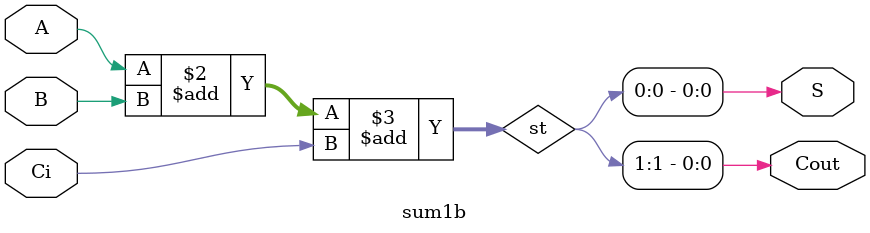
<source format=v>
`timescale 1ns / 1ps

module sum1b (A,B,Ci,Cout,S);

  input A;
  input B;
  input Ci;
  output Cout;
  output S;

  reg [1:0] st;
  
  assign S = st[0];
  assign Cout = st[1];

 always @ ( * ) begin 
         st = A + B + Ci;
			end
endmodule
			
</source>
